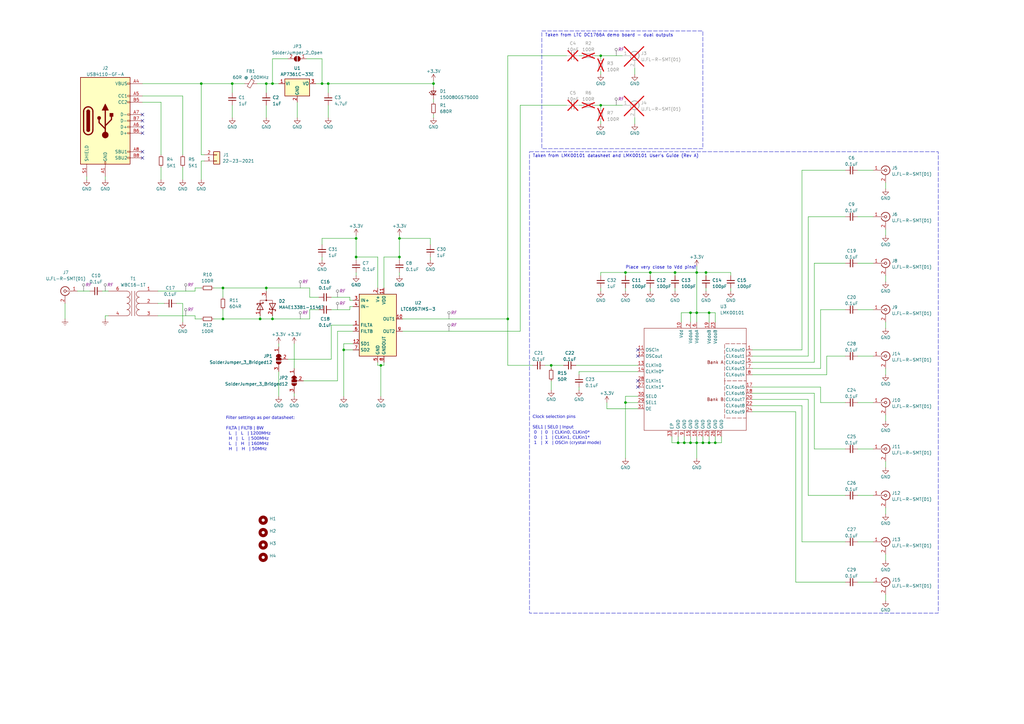
<source format=kicad_sch>
(kicad_sch (version 20230121) (generator eeschema)
  (paper "A3")
  (title_block (title "CSAD10") (date "2023-06-21") (rev "0.3"))
  (junction (at 146.05 97.79))
  (junction (at 91.44 130.81))
  (junction (at 109.22 34.29))
  (junction (at 289.56 111.76))
  (junction (at 293.37 181.61))
  (junction (at 290.83 181.61))
  (junction (at 290.83 128.27))
  (junction (at 91.44 118.11))
  (junction (at 82.55 34.29))
  (junction (at 163.83 105.41))
  (junction (at 280.67 181.61))
  (junction (at 208.28 130.81))
  (junction (at 163.83 97.79))
  (junction (at 106.68 130.81))
  (junction (at 177.8 34.29))
  (junction (at 246.38 43.18))
  (junction (at 111.76 130.81))
  (junction (at 266.7 111.76))
  (junction (at 288.29 181.61))
  (junction (at 283.21 128.27))
  (junction (at 285.75 111.76))
  (junction (at 283.21 181.61))
  (junction (at 95.25 34.29))
  (junction (at 256.54 165.1))
  (junction (at 146.05 105.41))
  (junction (at 109.22 118.11))
  (junction (at 132.08 34.29))
  (junction (at 226.06 149.86))
  (junction (at 276.86 111.76))
  (junction (at 134.62 34.29))
  (junction (at 246.38 22.86))
  (junction (at 278.13 181.61))
  (junction (at 156.21 149.86))
  (junction (at 256.54 111.76))
  (junction (at 111.76 34.29))
  (junction (at 285.75 128.27))
  (junction (at 140.97 143.51))
  (junction (at 285.75 181.61))
  (no_connect (at 58.42 64.77))
  (no_connect (at 58.42 54.61))
  (no_connect (at 58.42 46.99))
  (no_connect (at 58.42 52.07))
  (no_connect (at 58.42 49.53))
  (no_connect (at 58.42 62.23))
  (no_connect (at 261.62 146.05))
  (no_connect (at 261.62 143.51))
  (no_connect (at 261.62 158.75))
  (no_connect (at 261.62 156.21))
  (wire (pts (xy 351.79 165.1) (xy 358.14 165.1)))
  (wire (pts (xy 276.86 111.76) (xy 285.75 111.76)))
  (wire (pts (xy 80.01 130.81) (xy 82.55 130.81)))
  (wire (pts (xy 308.61 151.13) (xy 336.55 151.13)))
  (wire (pts (xy 285.75 181.61) (xy 283.21 181.61)))
  (wire (pts (xy 58.42 39.37) (xy 74.93 39.37)))
  (wire (pts (xy 87.63 130.81) (xy 91.44 130.81)))
  (wire (pts (xy 144.78 135.89) (xy 138.43 135.89)))
  (wire (pts (xy 285.75 181.61) (xy 285.75 187.96)))
  (wire (pts (xy 276.86 118.11) (xy 276.86 119.38)))
  (wire (pts (xy 351.79 184.15) (xy 358.14 184.15)))
  (wire (pts (xy 43.18 129.54) (xy 43.18 130.81)))
  (wire (pts (xy 154.94 118.11) (xy 154.94 105.41)))
  (wire (pts (xy 64.77 119.38) (xy 80.01 119.38)))
  (wire (pts (xy 66.04 68.58) (xy 66.04 73.66)))
  (wire (pts (xy 331.47 163.83) (xy 331.47 203.2)))
  (wire (pts (xy 243.84 43.18) (xy 246.38 43.18)))
  (wire (pts (xy 328.93 143.51) (xy 328.93 69.85)))
  (wire (pts (xy 246.38 43.18) (xy 255.27 43.18)))
  (wire (pts (xy 138.43 135.89) (xy 138.43 156.21)))
  (wire (pts (xy 157.48 105.41) (xy 163.83 105.41)))
  (wire (pts (xy 177.8 34.29) (xy 177.8 33.02)))
  (wire (pts (xy 111.76 129.54) (xy 111.76 130.81)))
  (wire (pts (xy 74.93 39.37) (xy 74.93 63.5)))
  (wire (pts (xy 331.47 88.9) (xy 331.47 146.05)))
  (wire (pts (xy 351.79 222.25) (xy 358.14 222.25)))
  (wire (pts (xy 140.97 143.51) (xy 140.97 162.56)))
  (wire (pts (xy 144.78 133.35) (xy 135.89 133.35)))
  (wire (pts (xy 256.54 165.1) (xy 256.54 187.96)))
  (wire (pts (xy 363.22 189.23) (xy 363.22 191.77)))
  (wire (pts (xy 266.7 118.11) (xy 266.7 119.38)))
  (wire (pts (xy 223.52 149.86) (xy 226.06 149.86)))
  (wire (pts (xy 156.21 149.86) (xy 156.21 162.56)))
  (wire (pts (xy 127 130.81) (xy 111.76 130.81)))
  (wire (pts (xy 293.37 181.61) (xy 290.83 181.61)))
  (wire (pts (xy 226.06 156.21) (xy 226.06 160.02)))
  (wire (pts (xy 44.45 129.54) (xy 43.18 129.54)))
  (wire (pts (xy 140.97 140.97) (xy 144.78 140.97)))
  (wire (pts (xy 293.37 179.07) (xy 293.37 181.61)))
  (wire (pts (xy 285.75 128.27) (xy 283.21 128.27)))
  (wire (pts (xy 144.78 143.51) (xy 140.97 143.51)))
  (wire (pts (xy 91.44 118.11) (xy 109.22 118.11)))
  (wire (pts (xy 58.42 41.91) (xy 66.04 41.91)))
  (wire (pts (xy 208.28 130.81) (xy 165.1 130.81)))
  (wire (pts (xy 127 121.92) (xy 130.81 121.92)))
  (wire (pts (xy 248.92 167.64) (xy 248.92 165.1)))
  (wire (pts (xy 31.75 119.38) (xy 36.83 119.38)))
  (wire (pts (xy 246.38 22.86) (xy 255.27 22.86)))
  (wire (pts (xy 334.01 148.59) (xy 334.01 107.95)))
  (wire (pts (xy 176.53 97.79) (xy 176.53 100.33)))
  (wire (pts (xy 165.1 135.89) (xy 213.36 135.89)))
  (wire (pts (xy 339.09 146.05) (xy 346.71 146.05)))
  (wire (pts (xy 363.22 208.28) (xy 363.22 210.82)))
  (wire (pts (xy 163.83 96.52) (xy 163.83 97.79)))
  (wire (pts (xy 246.38 43.18) (xy 246.38 44.45)))
  (wire (pts (xy 111.76 24.13) (xy 111.76 34.29)))
  (wire (pts (xy 80.01 129.54) (xy 80.01 130.81)))
  (wire (pts (xy 80.01 119.38) (xy 80.01 118.11)))
  (wire (pts (xy 293.37 128.27) (xy 290.83 128.27)))
  (wire (pts (xy 326.39 238.76) (xy 346.71 238.76)))
  (wire (pts (xy 111.76 34.29) (xy 114.3 34.29)))
  (wire (pts (xy 163.83 105.41) (xy 163.83 106.68)))
  (wire (pts (xy 135.89 147.32) (xy 118.11 147.32)))
  (wire (pts (xy 26.67 124.46) (xy 26.67 130.81)))
  (wire (pts (xy 237.49 158.75) (xy 237.49 160.02)))
  (wire (pts (xy 114.3 140.97) (xy 114.3 142.24)))
  (wire (pts (xy 91.44 130.81) (xy 106.68 130.81)))
  (wire (pts (xy 283.21 181.61) (xy 280.67 181.61)))
  (wire (pts (xy 326.39 168.91) (xy 326.39 238.76)))
  (wire (pts (xy 285.75 179.07) (xy 285.75 181.61)))
  (wire (pts (xy 208.28 22.86) (xy 208.28 130.81)))
  (wire (pts (xy 308.61 166.37) (xy 328.93 166.37)))
  (wire (pts (xy 331.47 146.05) (xy 308.61 146.05)))
  (wire (pts (xy 95.25 34.29) (xy 95.25 38.1)))
  (wire (pts (xy 308.61 161.29) (xy 334.01 161.29)))
  (wire (pts (xy 261.62 165.1) (xy 256.54 165.1)))
  (wire (pts (xy 132.08 34.29) (xy 134.62 34.29)))
  (wire (pts (xy 260.35 48.26) (xy 260.35 50.8)))
  (wire (pts (xy 261.62 152.4) (xy 237.49 152.4)))
  (wire (pts (xy 336.55 151.13) (xy 336.55 127)))
  (wire (pts (xy 351.79 146.05) (xy 358.14 146.05)))
  (wire (pts (xy 295.91 179.07) (xy 295.91 181.61)))
  (wire (pts (xy 134.62 34.29) (xy 177.8 34.29)))
  (wire (pts (xy 278.13 181.61) (xy 275.59 181.61)))
  (wire (pts (xy 208.28 130.81) (xy 208.28 149.86)))
  (wire (pts (xy 143.51 123.19) (xy 144.78 123.19)))
  (wire (pts (xy 91.44 121.92) (xy 91.44 118.11)))
  (wire (pts (xy 237.49 22.86) (xy 238.76 22.86)))
  (wire (pts (xy 109.22 119.38) (xy 109.22 118.11)))
  (wire (pts (xy 226.06 151.13) (xy 226.06 149.86)))
  (wire (pts (xy 82.55 34.29) (xy 82.55 63.5)))
  (wire (pts (xy 127 118.11) (xy 127 121.92)))
  (wire (pts (xy 308.61 148.59) (xy 334.01 148.59)))
  (wire (pts (xy 132.08 97.79) (xy 132.08 100.33)))
  (wire (pts (xy 105.41 34.29) (xy 109.22 34.29)))
  (wire (pts (xy 334.01 107.95) (xy 346.71 107.95)))
  (wire (pts (xy 308.61 153.67) (xy 339.09 153.67)))
  (wire (pts (xy 146.05 97.79) (xy 146.05 105.41)))
  (wire (pts (xy 146.05 105.41) (xy 146.05 106.68)))
  (wire (pts (xy 285.75 111.76) (xy 289.56 111.76)))
  (wire (pts (xy 82.55 34.29) (xy 95.25 34.29)))
  (wire (pts (xy 106.68 130.81) (xy 106.68 129.54)))
  (wire (pts (xy 285.75 109.22) (xy 285.75 111.76)))
  (wire (pts (xy 163.83 97.79) (xy 163.83 105.41)))
  (wire (pts (xy 328.93 166.37) (xy 328.93 222.25)))
  (wire (pts (xy 64.77 129.54) (xy 80.01 129.54)))
  (wire (pts (xy 130.81 127) (xy 127 127)))
  (wire (pts (xy 208.28 22.86) (xy 232.41 22.86)))
  (wire (pts (xy 363.22 151.13) (xy 363.22 153.67)))
  (wire (pts (xy 256.54 118.11) (xy 256.54 119.38)))
  (wire (pts (xy 154.94 149.86) (xy 156.21 149.86)))
  (wire (pts (xy 289.56 111.76) (xy 299.72 111.76)))
  (wire (pts (xy 213.36 43.18) (xy 232.41 43.18)))
  (wire (pts (xy 363.22 113.03) (xy 363.22 115.57)))
  (wire (pts (xy 109.22 118.11) (xy 127 118.11)))
  (wire (pts (xy 288.29 179.07) (xy 288.29 181.61)))
  (wire (pts (xy 289.56 111.76) (xy 289.56 113.03)))
  (wire (pts (xy 288.29 181.61) (xy 285.75 181.61)))
  (wire (pts (xy 80.01 118.11) (xy 82.55 118.11)))
  (wire (pts (xy 351.79 107.95) (xy 358.14 107.95)))
  (wire (pts (xy 237.49 152.4) (xy 237.49 153.67)))
  (wire (pts (xy 276.86 111.76) (xy 276.86 113.03)))
  (wire (pts (xy 363.22 93.98) (xy 363.22 96.52)))
  (wire (pts (xy 279.4 128.27) (xy 283.21 128.27)))
  (wire (pts (xy 135.89 133.35) (xy 135.89 147.32)))
  (wire (pts (xy 177.8 34.29) (xy 177.8 35.56)))
  (wire (pts (xy 237.49 43.18) (xy 238.76 43.18)))
  (wire (pts (xy 132.08 105.41) (xy 132.08 106.68)))
  (wire (pts (xy 283.21 179.07) (xy 283.21 181.61)))
  (wire (pts (xy 290.83 132.08) (xy 290.83 128.27)))
  (wire (pts (xy 336.55 165.1) (xy 346.71 165.1)))
  (wire (pts (xy 146.05 111.76) (xy 146.05 113.03)))
  (wire (pts (xy 243.84 22.86) (xy 246.38 22.86)))
  (wire (pts (xy 135.89 121.92) (xy 143.51 121.92)))
  (wire (pts (xy 208.28 149.86) (xy 218.44 149.86)))
  (wire (pts (xy 58.42 34.29) (xy 82.55 34.29)))
  (wire (pts (xy 278.13 179.07) (xy 278.13 181.61)))
  (wire (pts (xy 336.55 158.75) (xy 336.55 165.1)))
  (wire (pts (xy 308.61 143.51) (xy 328.93 143.51)))
  (wire (pts (xy 118.11 24.13) (xy 111.76 24.13)))
  (wire (pts (xy 144.78 125.73) (xy 143.51 125.73)))
  (wire (pts (xy 143.51 125.73) (xy 143.51 127)))
  (wire (pts (xy 295.91 181.61) (xy 293.37 181.61)))
  (wire (pts (xy 351.79 203.2) (xy 358.14 203.2)))
  (wire (pts (xy 132.08 97.79) (xy 146.05 97.79)))
  (wire (pts (xy 154.94 105.41) (xy 146.05 105.41)))
  (wire (pts (xy 64.77 124.46) (xy 67.31 124.46)))
  (wire (pts (xy 266.7 111.76) (xy 266.7 113.03)))
  (wire (pts (xy 35.56 72.39) (xy 35.56 73.66)))
  (wire (pts (xy 285.75 111.76) (xy 285.75 128.27)))
  (wire (pts (xy 87.63 118.11) (xy 91.44 118.11)))
  (wire (pts (xy 135.89 127) (xy 143.51 127)))
  (wire (pts (xy 363.22 227.33) (xy 363.22 229.87)))
  (wire (pts (xy 95.25 34.29) (xy 100.33 34.29)))
  (wire (pts (xy 299.72 118.11) (xy 299.72 119.38)))
  (wire (pts (xy 351.79 238.76) (xy 358.14 238.76)))
  (wire (pts (xy 157.48 118.11) (xy 157.48 105.41)))
  (wire (pts (xy 289.56 118.11) (xy 289.56 119.38)))
  (wire (pts (xy 82.55 66.04) (xy 82.55 73.66)))
  (wire (pts (xy 336.55 127) (xy 346.71 127)))
  (wire (pts (xy 363.22 74.93) (xy 363.22 77.47)))
  (wire (pts (xy 266.7 111.76) (xy 276.86 111.76)))
  (wire (pts (xy 246.38 29.21) (xy 246.38 30.48)))
  (wire (pts (xy 127 127) (xy 127 130.81)))
  (wire (pts (xy 176.53 105.41) (xy 176.53 106.68)))
  (wire (pts (xy 290.83 181.61) (xy 288.29 181.61)))
  (wire (pts (xy 256.54 113.03) (xy 256.54 111.76)))
  (wire (pts (xy 109.22 43.18) (xy 109.22 48.26)))
  (wire (pts (xy 351.79 127) (xy 358.14 127)))
  (wire (pts (xy 114.3 152.4) (xy 114.3 162.56)))
  (wire (pts (xy 111.76 130.81) (xy 106.68 130.81)))
  (wire (pts (xy 363.22 170.18) (xy 363.22 172.72)))
  (wire (pts (xy 280.67 181.61) (xy 278.13 181.61)))
  (wire (pts (xy 95.25 43.18) (xy 95.25 48.26)))
  (wire (pts (xy 285.75 132.08) (xy 285.75 128.27)))
  (wire (pts (xy 156.21 149.86) (xy 157.48 149.86)))
  (wire (pts (xy 334.01 161.29) (xy 334.01 184.15)))
  (wire (pts (xy 213.36 43.18) (xy 213.36 135.89)))
  (wire (pts (xy 66.04 41.91) (xy 66.04 63.5)))
  (wire (pts (xy 163.83 111.76) (xy 163.83 113.03)))
  (wire (pts (xy 41.91 119.38) (xy 44.45 119.38)))
  (wire (pts (xy 351.79 88.9) (xy 358.14 88.9)))
  (wire (pts (xy 82.55 66.04) (xy 83.82 66.04)))
  (wire (pts (xy 72.39 124.46) (xy 74.93 124.46)))
  (wire (pts (xy 120.65 140.97) (xy 120.65 151.13)))
  (wire (pts (xy 134.62 43.18) (xy 134.62 48.26)))
  (wire (pts (xy 261.62 167.64) (xy 248.92 167.64)))
  (wire (pts (xy 154.94 148.59) (xy 154.94 149.86)))
  (wire (pts (xy 146.05 96.52) (xy 146.05 97.79)))
  (wire (pts (xy 280.67 179.07) (xy 280.67 181.61)))
  (wire (pts (xy 74.93 124.46) (xy 74.93 132.08)))
  (wire (pts (xy 328.93 69.85) (xy 346.71 69.85)))
  (wire (pts (xy 43.18 72.39) (xy 43.18 73.66)))
  (wire (pts (xy 120.65 161.29) (xy 120.65 162.56)))
  (wire (pts (xy 293.37 132.08) (xy 293.37 128.27)))
  (wire (pts (xy 125.73 24.13) (xy 132.08 24.13)))
  (wire (pts (xy 246.38 111.76) (xy 246.38 113.03)))
  (wire (pts (xy 334.01 184.15) (xy 346.71 184.15)))
  (wire (pts (xy 140.97 140.97) (xy 140.97 143.51)))
  (wire (pts (xy 275.59 181.61) (xy 275.59 179.07)))
  (wire (pts (xy 283.21 128.27) (xy 283.21 132.08)))
  (wire (pts (xy 121.92 41.91) (xy 121.92 48.26)))
  (wire (pts (xy 246.38 22.86) (xy 246.38 24.13)))
  (wire (pts (xy 256.54 162.56) (xy 256.54 165.1)))
  (wire (pts (xy 91.44 127) (xy 91.44 130.81)))
  (wire (pts (xy 226.06 149.86) (xy 231.14 149.86)))
  (wire (pts (xy 143.51 121.92) (xy 143.51 123.19)))
  (wire (pts (xy 308.61 168.91) (xy 326.39 168.91)))
  (wire (pts (xy 290.83 128.27) (xy 285.75 128.27)))
  (wire (pts (xy 299.72 111.76) (xy 299.72 113.03)))
  (wire (pts (xy 346.71 88.9) (xy 331.47 88.9)))
  (wire (pts (xy 290.83 179.07) (xy 290.83 181.61)))
  (wire (pts (xy 308.61 163.83) (xy 331.47 163.83)))
  (wire (pts (xy 339.09 153.67) (xy 339.09 146.05)))
  (wire (pts (xy 331.47 203.2) (xy 346.71 203.2)))
  (wire (pts (xy 246.38 49.53) (xy 246.38 50.8)))
  (wire (pts (xy 363.22 132.08) (xy 363.22 134.62)))
  (wire (pts (xy 83.82 63.5) (xy 82.55 63.5)))
  (wire (pts (xy 132.08 24.13) (xy 132.08 34.29)))
  (wire (pts (xy 236.22 149.86) (xy 261.62 149.86)))
  (wire (pts (xy 109.22 34.29) (xy 109.22 38.1)))
  (wire (pts (xy 163.83 97.79) (xy 176.53 97.79)))
  (wire (pts (xy 351.79 69.85) (xy 358.14 69.85)))
  (wire (pts (xy 256.54 111.76) (xy 266.7 111.76)))
  (wire (pts (xy 177.8 46.99) (xy 177.8 48.26)))
  (wire (pts (xy 363.22 243.84) (xy 363.22 246.38)))
  (wire (pts (xy 74.93 68.58) (xy 74.93 73.66)))
  (wire (pts (xy 129.54 34.29) (xy 132.08 34.29)))
  (wire (pts (xy 261.62 162.56) (xy 256.54 162.56)))
  (wire (pts (xy 246.38 111.76) (xy 256.54 111.76)))
  (wire (pts (xy 134.62 34.29) (xy 134.62 38.1)))
  (wire (pts (xy 246.38 118.11) (xy 246.38 119.38)))
  (wire (pts (xy 328.93 222.25) (xy 346.71 222.25)))
  (wire (pts (xy 260.35 27.94) (xy 260.35 30.48)))
  (wire (pts (xy 157.48 148.59) (xy 157.48 149.86)))
  (wire (pts (xy 138.43 156.21) (xy 124.46 156.21)))
  (wire (pts (xy 279.4 132.08) (xy 279.4 128.27)))
  (wire (pts (xy 308.61 158.75) (xy 336.55 158.75)))
  (wire (pts (xy 109.22 34.29) (xy 111.76 34.29)))
  (wire (pts (xy 177.8 40.64) (xy 177.8 41.91)))
  (rectangle (start 222.25 12.7) (end 288.29 60.96) (stroke (width 0) (type dash)))
  (rectangle (start 217.17 62.23) (end 384.81 251.46) (stroke (width 0) (type dash)))
  (text "Taken from LMK00101 datasheet and LMK00101 User's Guide (Rev A)" (at 218.44 64.77 0) (effects (font (size 1.27 1.27)) (justify left bottom)))
  (text "Taken from LTC DC1766A demo board - dual outputs" (at 223.52 15.24 0) (effects (font (size 1.27 1.27)) (justify left bottom)))
  (text "Place very close to Vdd pins!" (at 256.54 110.49 0) (effects (font (size 1.27 1.27)) (justify left bottom)))
  (text "Clock selection pins\n\nSEL1 | SEL0 | Input\n 0   |  0   | CLKin0, CLKin0*\n 0   |  1   | CLKin1, CLKin1*\n 1   |  X   | OSCin (crystal mode)" (at 218.44 182.88 0) (effects (font (size 1.27 1.27)) (justify left bottom)))
  (text "Filter settings as per datasheet:\n\nFILTA | FILTB | BW\n  L   |   L   | 1200MHz\n  H   |   L   | 500MHz\n  L   |   H   | 160MHz\n  H   |   H   | 50MHz" (at 92.71 185.42 0) (effects (font (size 1.27 1.27)) (justify left bottom)))
  (netclass_flag "" (length 2.54) (shape round) (at 138.43 121.92 0) (property "Netclass" "RF" (at 139.1285 119.38 0) (effects (font italic) (justify left))))
  (netclass_flag "" (length 2.54) (shape round) (at 252.73 22.86 0) (property "Netclass" "RF" (at 253.4285 20.32 0) (effects (font italic) (justify left))))
  (netclass_flag "" (length 2.54) (shape round) (at 123.19 118.11 0) (property "Netclass" "RF" (at 123.8885 115.57 0) (effects (font italic) (justify left))))
  (netclass_flag "" (length 2.54) (shape round) (at 76.2 119.38 0) (property "Netclass" "RF" (at 76.8985 116.84 0) (effects (font italic) (justify left))))
  (netclass_flag "" (length 2.54) (shape round) (at 184.15 130.81 0) (property "Netclass" "RF" (at 184.8485 128.27 0) (effects (font italic) (justify left))))
  (netclass_flag "" (length 2.54) (shape round) (at 252.73 43.18 0) (property "Netclass" "RF" (at 253.4285 40.64 0) (effects (font italic) (justify left))))
  (netclass_flag "" (length 2.54) (shape round) (at 123.19 130.81 0) (property "Netclass" "RF" (at 123.8885 128.27 0) (effects (font italic) (justify left))))
  (netclass_flag "" (length 2.54) (shape round) (at 76.2 129.54 0) (property "Netclass" "RF" (at 76.8985 127 0) (effects (font italic) (justify left))))
  (netclass_flag "" (length 2.54) (shape round) (at 184.15 135.89 0) (property "Netclass" "RF" (at 184.8485 133.35 0) (effects (font italic) (justify left))))
  (netclass_flag "" (length 2.54) (shape round) (at 34.29 119.38 0) (property "Netclass" "RF" (at 34.9885 116.84 0) (effects (font italic) (justify left))))
  (netclass_flag "" (length 2.54) (shape round) (at 43.18 119.38 0) (property "Netclass" "RF" (at 43.8785 116.84 0) (effects (font italic) (justify left))))
  (netclass_flag "" (length 2.54) (shape round) (at 138.43 127 0) (property "Netclass" "RF" (at 139.1285 124.46 0) (effects (font italic) (justify left))))
  (symbol (lib_id "Device:R_Small") (at 177.8 44.45 0) (unit 1)
    (property "Reference" "R1" (at 180.34 43.1799 0) (effects (justify left)))
    (property "Value" "680R" (at 180.34 45.7199 0) (effects (justify left)))
    (property "Footprint" "Resistor_SMD:R_0603_1608Metric" (effects hide))
    (property "Manufacturer" "Yageo" (effects hide))
    (property "ManufacturerPartNumber" "RC0603JR-07680RL" (effects hide))
  )
  (symbol (lib_id "power:GND") (at 120.65 162.56 0) (unit 1)
    (property "Reference" "#PWR040" (effects hide))
    (property "Value" "GND" (at 120.65 166.37 0))
  )
  (symbol (lib_id "Jumper:SolderJumper_3_Bridged12") (at 114.3 147.32 90) (mirror x) (unit 1)
    (property "Reference" "JP1" (at 111.76 146.0499 90) (effects (justify left)))
    (property "Value" "SolderJumper_3_Bridged12" (at 111.76 148.5899 90) (effects (justify left)))
    (property "Footprint" "Jumper:SolderJumper-3_P1.3mm_Bridged12_RoundedPad1.0x1.5mm_NumberLabels" (effects hide))
  )
  (symbol (lib_id "power:GND") (at 246.38 30.48 0) (unit 1)
    (property "Reference" "#PWR08" (effects hide))
    (property "Value" "GND" (at 246.38 34.29 0))
  )
  (symbol (lib_id "Device:C_Small") (at 349.25 238.76 270) (unit 1)
    (property "Reference" "C29" (at 349.2436 233.68 90))
    (property "Value" "0.1uF" (at 349.2436 236.22 90))
    (property "Footprint" "Capacitor_SMD:C_0603_1608Metric" (effects hide))
    (property "Manufacturer" "Yageo" (effects hide))
    (property "ManufacturerPartNumber" "CC0603KRX7R9BB104" (effects hide))
  )
  (symbol (lib_id "Device:C_Small") (at 237.49 156.21 0) (unit 1)
    (property "Reference" "C23" (at 240.03 155.5813 0) (effects (justify left)))
    (property "Value" "0.1uF" (at 240.03 158.1213 0) (effects (justify left)))
    (property "Footprint" "Capacitor_SMD:C_0402_1005Metric" (effects hide))
    (property "Manufacturer" "Vishay" (effects hide))
    (property "ManufacturerPartNumber" "VJ0402Y104KXQCW1BC" (effects hide))
  )
  (symbol (lib_id "power:+3.3V") (at 285.75 109.22 0) (mirror y) (unit 1)
    (property "Reference" "#PWR022" (effects hide))
    (property "Value" "+3.3V" (at 285.75 105.41 0))
  )
  (symbol (lib_id "power:+3.3V") (at 114.3 140.97 0) (unit 1)
    (property "Reference" "#PWR035" (effects hide))
    (property "Value" "+3.3V" (at 114.3 137.16 0))
  )
  (symbol (lib_id "power:Earth") (at 26.67 130.81 0) (unit 1)
    (property "Reference" "#PWR030" (effects hide))
    (property "Value" "Earth" (effects hide))
  )
  (symbol (lib_id "power:GND") (at 74.93 73.66 0) (unit 1)
    (property "Reference" "#PWR013" (effects hide))
    (property "Value" "GND" (at 74.93 77.47 0))
  )
  (symbol (lib_id "Device:C_Small") (at 349.25 107.95 270) (unit 1)
    (property "Reference" "C19" (at 349.2436 102.87 90))
    (property "Value" "0.1uF" (at 349.2436 105.41 90))
    (property "Footprint" "Capacitor_SMD:C_0603_1608Metric" (effects hide))
    (property "Manufacturer" "Yageo" (effects hide))
    (property "ManufacturerPartNumber" "CC0603KRX7R9BB104" (effects hide))
  )
  (symbol (lib_id "power:GND") (at 156.21 162.56 0) (unit 1)
    (property "Reference" "#PWR041" (effects hide))
    (property "Value" "GND" (at 156.21 166.37 0))
  )
  (symbol (lib_id "power:+3.3V") (at 146.05 96.52 0) (unit 1)
    (property "Reference" "#PWR018" (effects hide))
    (property "Value" "+3.3V" (at 146.05 92.71 0))
  )
  (symbol (lib_id "power:GND") (at 114.3 162.56 0) (unit 1)
    (property "Reference" "#PWR039" (effects hide))
    (property "Value" "GND" (at 114.3 166.37 0))
  )
  (symbol (lib_id "Device:C_Small") (at 349.25 165.1 270) (unit 1)
    (property "Reference" "C24" (at 349.2436 160.02 90))
    (property "Value" "0.1uF" (at 349.2436 162.56 90))
    (property "Footprint" "Capacitor_SMD:C_0603_1608Metric" (effects hide))
    (property "Manufacturer" "Yageo" (effects hide))
    (property "ManufacturerPartNumber" "CC0603KRX7R9BB104" (effects hide))
  )
  (symbol (lib_id "power:GND") (at 363.22 96.52 0) (unit 1)
    (property "Reference" "#PWR024" (effects hide))
    (property "Value" "GND" (at 363.22 100.33 0))
  )
  (symbol (lib_id "power:GND") (at 363.22 246.38 0) (unit 1)
    (property "Reference" "#PWR058" (effects hide))
    (property "Value" "GND" (at 363.22 250.19 0))
  )
  (symbol (lib_id "Device:C_Small") (at 134.62 40.64 180) (unit 1)
    (property "Reference" "C3" (at 137.16 39.9986 0) (effects (justify right)))
    (property "Value" "4.7uF" (at 137.16 42.5386 0) (effects (justify right)))
    (property "Footprint" "Capacitor_SMD:C_0603_1608Metric" (effects hide))
    (property "Manufacturer" "muRata" (effects hide))
    (property "ManufacturerPartNumber" "GRM188R61E475KE11D" (effects hide))
  )
  (symbol (lib_id "Regulator_Linear:AP7361C-33E") (at 121.92 34.29 0) (unit 1)
    (property "Reference" "U1" (at 121.92 27.94 0))
    (property "Value" "AP7361C-33E" (at 121.92 30.48 0))
    (property "Footprint" "Package_TO_SOT_SMD:SOT-223-3_TabPin2" (effects hide))
    (property "Datasheet" "https://www.diodes.com/assets/Datasheets/AP7361C.pdf" (effects hide))
    (property "Manufacturer" "Diodes Inc" (effects hide))
    (property "ManufacturerPartNumber" "AP7361C-33E-13" (effects hide))
  )
  (symbol (lib_id "power:GND") (at 363.22 115.57 0) (unit 1)
    (property "Reference" "#PWR034" (effects hide))
    (property "Value" "GND" (at 363.22 119.38 0))
  )
  (symbol (lib_id "power:GND") (at 66.04 73.66 0) (unit 1)
    (property "Reference" "#PWR012" (effects hide))
    (property "Value" "GND" (at 66.04 77.47 0))
  )
  (symbol (lib_id "Mechanical:MountingHole") (at 107.95 213.36 0) (unit 1)
    (property "Reference" "H1" (at 110.49 212.725 0) (effects (justify left)))
    (property "Value" "MountingHole" (effects hide))
    (property "Footprint" "MountingHole:MountingHole_3.2mm_M3_ISO7380" (effects hide))
  )
  (symbol (lib_id "Device:FerriteBead_Small") (at 102.87 34.29 90) (unit 1)
    (property "Reference" "FB1" (at 102.8319 29.21 90))
    (property "Value" "60R @ 100MHz" (at 102.8319 31.75 90))
    (property "Footprint" "Resistor_SMD:R_0805_2012Metric" (effects hide))
    (property "Manufacturer" "muRata" (effects hide))
    (property "ManufacturerPartNumber" "BLM21PG600SN1D" (effects hide))
  )
  (symbol (lib_id "power:GND") (at 285.75 187.96 0) (unit 1)
    (property "Reference" "#PWR048" (effects hide))
    (property "Value" "GND" (at 285.75 191.77 0))
  )
  (symbol (lib_id "Connector_Generic:Conn_01x02") (at 88.9 66.04 0) (mirror x) (unit 1)
    (property "Reference" "J1" (at 92.71 63.5 0))
    (property "Value" "22-23-2021" (at 97.79 66.04 0))
    (property "Footprint" "Connector_Molex:Molex_KK-254_AE-6410-02A_1x02_P2.54mm_Vertical" (effects hide))
    (property "Manufacturer" "Molex" (effects hide))
    (property "ManufacturerPartNumber" "22-23-2021" (effects hide))
  )
  (symbol (lib_id "Device:D_Schottky_Dual_Series_AKC_Parallel") (at 109.22 124.46 270) (unit 1)
    (property "Reference" "D2" (at 114.3 123.5074 90) (effects (justify left)))
    (property "Value" "MA4E133B1-1146T" (at 114.3 126.0474 90) (effects (justify left)))
    (property "Footprint" "Package_TO_SOT_SMD:SOT-323_SC-70" (effects hide))
    (property "ManufacturerPartNumber" "MA4E133B1-1146T" (effects hide))
  )
  (symbol (lib_id "Device:C_Small") (at 266.7 115.57 180) (unit 1)
    (property "Reference" "C12" (at 269.24 114.9286 0) (effects (justify right)))
    (property "Value" "100pF" (at 269.24 117.4686 0) (effects (justify right)))
    (property "Footprint" "Capacitor_SMD:C_0402_1005Metric" (effects hide))
    (property "Manufacturer" "Yageo" (effects hide))
    (property "ManufacturerPartNumber" "CC0402JRNPO9BN101" (effects hide))
  )
  (symbol (lib_id "Interface:LTC6957xMS-3") (at 154.94 133.35 0) (unit 1)
    (property "Reference" "U2" (at 171.45 124.2312 0))
    (property "Value" "LTC6957IMS-3" (at 171.45 126.7712 0))
    (property "Footprint" "Package_SO:MSOP-12_3x4mm_P0.65mm" (effects hide))
    (property "Datasheet" "https://www.analog.com/media/en/technical-documentation/data-sheets/6957fb.pdf" (effects hide))
    (property "Manufacturer" "Analog Devices" (effects hide))
    (property "ManufacturerPartNumber" "LTC6957IMS-3#PBF" (effects hide))
  )
  (symbol (lib_id "power:GND") (at 43.18 73.66 0) (unit 1)
    (property "Reference" "#PWR011" (effects hide))
    (property "Value" "GND" (at 43.18 77.47 0))
  )
  (symbol (lib_id "Device:C_Small") (at 349.25 88.9 270) (unit 1)
    (property "Reference" "C9" (at 349.2436 83.82 90))
    (property "Value" "0.1uF" (at 349.2436 86.36 90))
    (property "Footprint" "Capacitor_SMD:C_0603_1608Metric" (effects hide))
    (property "Manufacturer" "Yageo" (effects hide))
    (property "ManufacturerPartNumber" "CC0603KRX7R9BB104" (effects hide))
  )
  (symbol (lib_id "Connector:Conn_Coaxial") (at 363.22 184.15 0) (unit 1)
    (property "Reference" "J11" (at 365.76 183.1731 0) (effects (justify left)))
    (property "Value" "U.FL-R-SMT(01)" (at 365.76 185.7131 0) (effects (justify left)))
    (property "Footprint" "ABOP_Parts:Connector_RF_Hirose_U.FL-R-SMT(01)" (effects hide))
    (property "Datasheet" " ~" (effects hide))
    (property "Manufacturer" "Hirose" (effects hide))
    (property "ManufacturerPartNumber" "U.FL-R-SMT(01)" (effects hide))
  )
  (symbol (lib_id "Jumper:SolderJumper_3_Bridged12") (at 120.65 156.21 90) (mirror x) (unit 1)
    (property "Reference" "JP2" (at 118.11 154.9399 90) (effects (justify left)))
    (property "Value" "SolderJumper_3_Bridged12" (at 118.11 157.4799 90) (effects (justify left)))
    (property "Footprint" "Jumper:SolderJumper-3_P1.3mm_Bridged12_RoundedPad1.0x1.5mm_NumberLabels" (effects hide))
  )
  (symbol (lib_id "Device:C_Small") (at 133.35 127 90) (unit 1)
    (property "Reference" "C18" (at 133.35 130.81 90))
    (property "Value" "0.1uF" (at 133.35 133.35 90))
    (property "Footprint" "Capacitor_SMD:C_0603_1608Metric" (effects hide))
    (property "Manufacturer" "Yageo" (effects hide))
    (property "ManufacturerPartNumber" "CC0603KRX7R9BB104" (effects hide))
  )
  (symbol (lib_id "Device:C_Small") (at 132.08 102.87 180) (unit 1)
    (property "Reference" "C31" (at 134.62 102.2286 0) (effects (justify right)))
    (property "Value" "1uF" (at 134.62 104.7686 0) (effects (justify right)))
    (property "Footprint" "Capacitor_SMD:C_0603_1608Metric" (effects hide))
    (property "Manufacturer" "Yageo" (effects hide))
    (property "ManufacturerPartNumber" "CC0603KRX7R7BB105" (effects hide))
  )
  (symbol (lib_id "Device:R_Small") (at 246.38 46.99 180) (unit 1) (in_bom no) (on_board no) (dnp yes)
    (property "Reference" "R7" (at 248.92 46.355 0) (effects (justify right)))
    (property "Value" "100R" (at 248.92 48.895 0) (effects (justify right)))
    (property "Footprint" "Resistor_SMD:R_0603_1608Metric" (effects hide))
    (property "Manufacturer" "TE Connectivity" (effects hide))
    (property "ManufacturerPartNumber" "CRGCQ0603F100R" (effects hide))
  )
  (symbol (lib_id "power:GND") (at 177.8 48.26 0) (mirror y) (unit 1)
    (property "Reference" "#PWR07" (effects hide))
    (property "Value" "GND" (at 177.8 52.07 0))
  )
  (symbol (lib_id "power:+3.3V") (at 248.92 165.1 0) (mirror y) (unit 1)
    (property "Reference" "#PWR044" (effects hide))
    (property "Value" "+3.3V" (at 248.92 161.29 0))
  )
  (symbol (lib_id "Device:R_Small") (at 66.04 66.04 180) (unit 1)
    (property "Reference" "R4" (at 68.3109 65.405 0) (effects (justify right)))
    (property "Value" "5K1" (at 68.3109 67.945 0) (effects (justify right)))
    (property "Footprint" "Resistor_SMD:R_0603_1608Metric" (effects hide))
    (property "Manufacturer" "Bourns" (effects hide))
    (property "ManufacturerPartNumber" "CR0603-FX-5101ELF" (effects hide))
  )
  (symbol (lib_id "Device:C_Small") (at 299.72 115.57 180) (unit 1)
    (property "Reference" "C15" (at 302.26 114.9286 0) (effects (justify right)))
    (property "Value" "100pF" (at 302.26 117.4686 0) (effects (justify right)))
    (property "Footprint" "Capacitor_SMD:C_0402_1005Metric" (effects hide))
    (property "Manufacturer" "Yageo" (effects hide))
    (property "ManufacturerPartNumber" "CC0402JRNPO9BN101" (effects hide))
  )
  (symbol (lib_id "power:GND") (at 246.38 119.38 0) (unit 1)
    (property "Reference" "#PWR033" (effects hide))
    (property "Value" "GND" (at 246.38 123.19 0))
  )
  (symbol (lib_id "power:GND") (at 363.22 191.77 0) (unit 1)
    (property "Reference" "#PWR050" (effects hide))
    (property "Value" "GND" (at 363.22 195.58 0))
  )
  (symbol (lib_id "Device:C_Small") (at 109.22 40.64 180) (unit 1)
    (property "Reference" "C2" (at 111.76 39.9986 0) (effects (justify right)))
    (property "Value" "1uF" (at 111.76 42.5386 0) (effects (justify right)))
    (property "Footprint" "Capacitor_SMD:C_0603_1608Metric" (effects hide))
    (property "Manufacturer" "Yageo" (effects hide))
    (property "ManufacturerPartNumber" "CC0603KRX7R7BB105" (effects hide))
  )
  (symbol (lib_id "Device:C_Small") (at 246.38 115.57 180) (unit 1)
    (property "Reference" "C32" (at 248.92 114.9286 0) (effects (justify right)))
    (property "Value" "1uF" (at 248.92 117.4686 0) (effects (justify right)))
    (property "Footprint" "Capacitor_SMD:C_0603_1608Metric" (effects hide))
    (property "Manufacturer" "Yageo" (effects hide))
    (property "ManufacturerPartNumber" "CC0603KRX7R7BB105" (effects hide))
  )
  (symbol (lib_id "Mechanical:MountingHole") (at 107.95 223.52 0) (unit 1)
    (property "Reference" "H3" (at 110.49 222.885 0) (effects (justify left)))
    (property "Value" "MountingHole" (effects hide))
    (property "Footprint" "MountingHole:MountingHole_3.2mm_M3_ISO7380" (effects hide))
  )
  (symbol (lib_id "Device:R_Small") (at 85.09 130.81 90) (unit 1)
    (property "Reference" "R12" (at 85.09 133.35 90))
    (property "Value" "100R" (at 85.09 135.89 90))
    (property "Footprint" "Resistor_SMD:R_0603_1608Metric" (effects hide))
    (property "Manufacturer" "TE Connectivity" (effects hide))
    (property "ManufacturerPartNumber" "CRGCQ0603F100R" (effects hide))
  )
  (symbol (lib_id "Device:C_Small") (at 349.25 203.2 270) (unit 1)
    (property "Reference" "C26" (at 349.2436 198.12 90))
    (property "Value" "0.1uF" (at 349.2436 200.66 90))
    (property "Footprint" "Capacitor_SMD:C_0603_1608Metric" (effects hide))
    (property "Manufacturer" "Yageo" (effects hide))
    (property "ManufacturerPartNumber" "CC0603KRX7R9BB104" (effects hide))
  )
  (symbol (lib_id "power:GND") (at 289.56 119.38 0) (unit 1)
    (property "Reference" "#PWR028" (effects hide))
    (property "Value" "GND" (at 289.56 123.19 0))
  )
  (symbol (lib_id "Device:C_Small") (at 95.25 40.64 180) (unit 1)
    (property "Reference" "C1" (at 97.79 39.9986 0) (effects (justify right)))
    (property "Value" "1uF" (at 97.79 42.5386 0) (effects (justify right)))
    (property "Footprint" "Capacitor_SMD:C_0603_1608Metric" (effects hide))
    (property "Manufacturer" "Yageo" (effects hide))
    (property "ManufacturerPartNumber" "CC0603KRX7R7BB105" (effects hide))
  )
  (symbol (lib_id "ABOP_Parts:LMK00101") (at 285.75 156.21 0) (unit 1)
    (property "Reference" "U3" (at 295.3259 125.73 0) (effects (justify left)))
    (property "Value" "LMK00101" (at 295.3259 128.27 0) (effects (justify left)))
    (property "Footprint" "ABOP_Parts:WQFN-32-1EP_5x5mm_P0.5mm_EP3.1x3.1mm_ThermalVias" (effects hide))
    (property "Datasheet" "https://www.ti.com/lit/ds/symlink/lmk00101.pdf" (effects hide))
    (property "Manufacturer" "Texas Instruments" (effects hide))
    (property "ManufacturerPartNumber" "LMK00101SQ/NOPB" (effects hide))
  )
  (symbol (lib_id "power:GND") (at 132.08 106.68 0) (unit 1)
    (property "Reference" "#PWR023" (effects hide))
    (property "Value" "GND" (at 132.08 110.49 0))
  )
  (symbol (lib_id "Device:C_Small") (at 349.25 184.15 270) (unit 1)
    (property "Reference" "C25" (at 349.2436 179.07 90))
    (property "Value" "0.1uF" (at 349.2436 181.61 90))
    (property "Footprint" "Capacitor_SMD:C_0603_1608Metric" (effects hide))
    (property "Manufacturer" "Yageo" (effects hide))
    (property "ManufacturerPartNumber" "CC0603KRX7R9BB104" (effects hide))
  )
  (symbol (lib_id "Device:C_Small") (at 276.86 115.57 180) (unit 1)
    (property "Reference" "C13" (at 279.4 114.9286 0) (effects (justify right)))
    (property "Value" "100pF" (at 279.4 117.4686 0) (effects (justify right)))
    (property "Footprint" "Capacitor_SMD:C_0402_1005Metric" (effects hide))
    (property "Manufacturer" "Yageo" (effects hide))
    (property "ManufacturerPartNumber" "CC0402JRNPO9BN101" (effects hide))
  )
  (symbol (lib_id "power:GND") (at 176.53 106.68 0) (unit 1)
    (property "Reference" "#PWR016" (effects hide))
    (property "Value" "GND" (at 176.53 110.49 0))
  )
  (symbol (lib_id "power:GND") (at 82.55 73.66 0) (mirror y) (unit 1)
    (property "Reference" "#PWR06" (effects hide))
    (property "Value" "GND" (at 82.55 77.47 0))
  )
  (symbol (lib_id "power:GND") (at 121.92 48.26 0) (unit 1)
    (property "Reference" "#PWR04" (effects hide))
    (property "Value" "GND" (at 121.92 52.07 0))
  )
  (symbol (lib_id "Connector:Conn_Coaxial") (at 363.22 238.76 0) (unit 1)
    (property "Reference" "J15" (at 365.76 237.7831 0) (effects (justify left)))
    (property "Value" "U.FL-R-SMT(01)" (at 365.76 240.3231 0) (effects (justify left)))
    (property "Footprint" "ABOP_Parts:Connector_RF_Hirose_U.FL-R-SMT(01)" (effects hide))
    (property "Datasheet" " ~" (effects hide))
    (property "Manufacturer" "Hirose" (effects hide))
    (property "ManufacturerPartNumber" "U.FL-R-SMT(01)" (effects hide))
  )
  (symbol (lib_id "power:GND") (at 256.54 119.38 0) (unit 1)
    (property "Reference" "#PWR025" (effects hide))
    (property "Value" "GND" (at 256.54 123.19 0))
  )
  (symbol (lib_id "Connector:Conn_Coaxial") (at 363.22 88.9 0) (unit 1)
    (property "Reference" "J6" (at 365.76 87.9231 0) (effects (justify left)))
    (property "Value" "U.FL-R-SMT(01)" (at 365.76 90.4631 0) (effects (justify left)))
    (property "Footprint" "ABOP_Parts:Connector_RF_Hirose_U.FL-R-SMT(01)" (effects hide))
    (property "Datasheet" " ~" (effects hide))
    (property "Manufacturer" "Hirose" (effects hide))
    (property "ManufacturerPartNumber" "U.FL-R-SMT(01)" (effects hide))
  )
  (symbol (lib_id "power:GND") (at 363.22 172.72 0) (unit 1)
    (property "Reference" "#PWR046" (effects hide))
    (property "Value" "GND" (at 363.22 176.53 0))
  )
  (symbol (lib_id "power:GND") (at 363.22 229.87 0) (unit 1)
    (property "Reference" "#PWR054" (effects hide))
    (property "Value" "GND" (at 363.22 233.68 0))
  )
  (symbol (lib_id "power:GND") (at 363.22 77.47 0) (unit 1)
    (property "Reference" "#PWR017" (effects hide))
    (property "Value" "GND" (at 363.22 81.28 0))
  )
  (symbol (lib_id "power:GND") (at 266.7 119.38 0) (unit 1)
    (property "Reference" "#PWR026" (effects hide))
    (property "Value" "GND" (at 266.7 123.19 0))
  )
  (symbol (lib_id "power:GND") (at 237.49 160.02 0) (unit 1)
    (property "Reference" "#PWR043" (effects hide))
    (property "Value" "GND" (at 237.49 163.83 0))
  )
  (symbol (lib_id "Device:LED_Small") (at 177.8 38.1 90) (unit 1)
    (property "Reference" "D1" (at 180.34 37.4015 90) (effects (justify right)))
    (property "Value" "150080GS75000" (at 180.34 39.9415 90) (effects (justify right)))
    (property "Footprint" "LED_SMD:LED_0805_2012Metric" (effects hide))
    (property "Manufacturer" "Wurth" (effects hide))
    (property "ManufacturerPartNumber" "150080GS75000" (effects hide))
  )
  (symbol (lib_id "power:GND") (at 35.56 73.66 0) (unit 1)
    (property "Reference" "#PWR010" (effects hide))
    (property "Value" "GND" (at 35.56 77.47 0))
  )
  (symbol (lib_id "Connector:Conn_Coaxial") (at 363.22 127 0) (unit 1)
    (property "Reference" "J9" (at 365.76 126.0231 0) (effects (justify left)))
    (property "Value" "U.FL-R-SMT(01)" (at 365.76 128.5631 0) (effects (justify left)))
    (property "Footprint" "ABOP_Parts:Connector_RF_Hirose_U.FL-R-SMT(01)" (effects hide))
    (property "Datasheet" " ~" (effects hide))
    (property "Manufacturer" "Hirose" (effects hide))
    (property "ManufacturerPartNumber" "U.FL-R-SMT(01)" (effects hide))
  )
  (symbol (lib_id "power:GND") (at 163.83 113.03 0) (unit 1)
    (property "Reference" "#PWR021" (effects hide))
    (property "Value" "GND" (at 163.83 116.84 0))
  )
  (symbol (lib_id "power:+3.3V") (at 163.83 96.52 0) (unit 1)
    (property "Reference" "#PWR019" (effects hide))
    (property "Value" "+3.3V" (at 163.83 92.71 0))
  )
  (symbol (lib_id "Connector:Conn_Coaxial") (at 363.22 146.05 0) (unit 1)
    (property "Reference" "J14" (at 365.76 145.0731 0) (effects (justify left)))
    (property "Value" "U.FL-R-SMT(01)" (at 365.76 147.6131 0) (effects (justify left)))
    (property "Footprint" "ABOP_Parts:Connector_RF_Hirose_U.FL-R-SMT(01)" (effects hide))
    (property "Datasheet" " ~" (effects hide))
    (property "Manufacturer" "Hirose" (effects hide))
    (property "ManufacturerPartNumber" "U.FL-R-SMT(01)" (effects hide))
  )
  (symbol (lib_id "power:GND") (at 260.35 50.8 0) (unit 1)
    (property "Reference" "#PWR015" (effects hide))
    (property "Value" "GND" (at 260.35 54.61 0))
  )
  (symbol (lib_id "Device:R_Small") (at 226.06 153.67 180) (unit 1)
    (property "Reference" "R15" (at 228.6 153.035 0) (effects (justify right)))
    (property "Value" "50R" (at 228.6 155.575 0) (effects (justify right)))
    (property "Footprint" "Resistor_SMD:R_0402_1005Metric" (effects hide))
    (property "Manufacturer" "Yageo" (effects hide))
    (property "ManufacturerPartNumber" "RC0402JR-0750RL" (effects hide))
  )
  (symbol (lib_id "Device:R_Small") (at 85.09 118.11 90) (unit 1)
    (property "Reference" "R10" (at 85.09 112.6366 90))
    (property "Value" "100R" (at 85.09 115.1766 90))
    (property "Footprint" "Resistor_SMD:R_0603_1608Metric" (effects hide))
    (property "Manufacturer" "TE Connectivity" (effects hide))
    (property "ManufacturerPartNumber" "CRGCQ0603F100R" (effects hide))
  )
  (symbol (lib_id "Connector:Conn_Coaxial") (at 363.22 69.85 0) (unit 1)
    (property "Reference" "J5" (at 365.76 68.8731 0) (effects (justify left)))
    (property "Value" "U.FL-R-SMT(01)" (at 365.76 71.4131 0) (effects (justify left)))
    (property "Footprint" "ABOP_Parts:Connector_RF_Hirose_U.FL-R-SMT(01)" (effects hide))
    (property "Datasheet" " ~" (effects hide))
    (property "Manufacturer" "Hirose" (effects hide))
    (property "ManufacturerPartNumber" "U.FL-R-SMT(01)" (effects hide))
  )
  (symbol (lib_id "Device:C_Small") (at 349.25 146.05 270) (unit 1)
    (property "Reference" "C28" (at 349.2436 140.97 90))
    (property "Value" "0.1uF" (at 349.2436 143.51 90))
    (property "Footprint" "Capacitor_SMD:C_0603_1608Metric" (effects hide))
    (property "Manufacturer" "Yageo" (effects hide))
    (property "ManufacturerPartNumber" "CC0603KRX7R9BB104" (effects hide))
  )
  (symbol (lib_id "Device:R_Small") (at 91.44 124.46 0) (unit 1)
    (property "Reference" "R11" (at 93.98 123.1899 0) (effects (justify left)))
    (property "Value" "604R" (at 93.98 125.7299 0) (effects (justify left)))
    (property "Footprint" "Resistor_SMD:R_0603_1608Metric" (effects hide))
    (property "Manufacturer" "Yageo" (effects hide))
    (property "ManufacturerPartNumber" "RC0603FR-07604RL" (effects hide))
  )
  (symbol (lib_id "power:GND") (at 74.93 132.08 0) (unit 1)
    (property "Reference" "#PWR032" (effects hide))
    (property "Value" "GND" (at 74.93 135.89 0))
  )
  (symbol (lib_id "Mechanical:MountingHole") (at 107.95 228.6 0) (unit 1)
    (property "Reference" "H4" (at 110.49 227.965 0) (effects (justify left)))
    (property "Value" "MountingHole" (effects hide))
    (property "Footprint" "MountingHole:MountingHole_3.2mm_M3_ISO7380" (effects hide))
  )
  (symbol (lib_id "Connector:Conn_Coaxial") (at 363.22 165.1 0) (unit 1)
    (property "Reference" "J10" (at 365.76 164.1231 0) (effects (justify left)))
    (property "Value" "U.FL-R-SMT(01)" (at 365.76 166.6631 0) (effects (justify left)))
    (property "Footprint" "ABOP_Parts:Connector_RF_Hirose_U.FL-R-SMT(01)" (effects hide))
    (property "Datasheet" " ~" (effects hide))
    (property "Manufacturer" "Hirose" (effects hide))
    (property "ManufacturerPartNumber" "U.FL-R-SMT(01)" (effects hide))
  )
  (symbol (lib_id "power:GND") (at 256.54 187.96 0) (unit 1)
    (property "Reference" "#PWR047" (effects hide))
    (property "Value" "GND" (at 256.54 191.77 0))
  )
  (symbol (lib_id "Connector:Conn_Coaxial") (at 363.22 107.95 0) (unit 1)
    (property "Reference" "J8" (at 365.76 106.9731 0) (effects (justify left)))
    (property "Value" "U.FL-R-SMT(01)" (at 365.76 109.5131 0) (effects (justify left)))
    (property "Footprint" "ABOP_Parts:Connector_RF_Hirose_U.FL-R-SMT(01)" (effects hide))
    (property "Datasheet" " ~" (effects hide))
    (property "Manufacturer" "Hirose" (effects hide))
    (property "ManufacturerPartNumber" "U.FL-R-SMT(01)" (effects hide))
  )
  (symbol (lib_id "Jumper:SolderJumper_2_Open") (at 121.92 24.13 180) (unit 1)
    (property "Reference" "JP3" (at 121.92 19.05 0))
    (property "Value" "SolderJumper_2_Open" (at 121.92 21.59 0))
    (property "Footprint" "Jumper:SolderJumper-2_P1.3mm_Open_RoundedPad1.0x1.5mm" (effects hide))
  )
  (symbol (lib_id "Connector:Conn_Coaxial") (at 363.22 203.2 0) (unit 1)
    (property "Reference" "J12" (at 365.76 202.2231 0) (effects (justify left)))
    (property "Value" "U.FL-R-SMT(01)" (at 365.76 204.7631 0) (effects (justify left)))
    (property "Footprint" "ABOP_Parts:Connector_RF_Hirose_U.FL-R-SMT(01)" (effects hide))
    (property "Datasheet" " ~" (effects hide))
    (property "Manufacturer" "Hirose" (effects hide))
    (property "ManufacturerPartNumber" "U.FL-R-SMT(01)" (effects hide))
  )
  (symbol (lib_id "power:+3.3V") (at 120.65 140.97 0) (unit 1)
    (property "Reference" "#PWR036" (effects hide))
    (property "Value" "+3.3V" (at 120.65 137.16 0))
  )
  (symbol (lib_id "Device:R_Small") (at 241.3 22.86 90) (unit 1) (in_bom no) (on_board no) (dnp yes)
    (property "Reference" "R2" (at 241.3 17.78 90))
    (property "Value" "100R" (at 241.3 20.32 90))
    (property "Footprint" "Resistor_SMD:R_0603_1608Metric" (effects hide))
    (property "Manufacturer" "TE Connectivity" (effects hide))
    (property "ManufacturerPartNumber" "CRGCQ0603F100R" (effects hide))
  )
  (symbol (lib_id "power:GND") (at 260.35 30.48 0) (unit 1)
    (property "Reference" "#PWR09" (effects hide))
    (property "Value" "GND" (at 260.35 34.29 0))
  )
  (symbol (lib_id "Device:C_Small") (at 39.37 119.38 90) (unit 1)
    (property "Reference" "C10" (at 39.3763 113.03 90))
    (property "Value" "0.1uF" (at 39.3763 115.57 90))
    (property "Footprint" "Capacitor_SMD:C_0603_1608Metric" (effects hide))
    (property "Manufacturer" "Yageo" (effects hide))
    (property "ManufacturerPartNumber" "CC0603KRX7R9BB104" (effects hide))
  )
  (symbol (lib_id "power:+3.3V") (at 177.8 33.02 0) (unit 1)
    (property "Reference" "#PWR01" (effects hide))
    (property "Value" "+3.3V" (at 177.8 29.21 0))
  )
  (symbol (lib_id "power:GND") (at 226.06 160.02 0) (unit 1)
    (property "Reference" "#PWR042" (effects hide))
    (property "Value" "GND" (at 226.06 163.83 0))
  )
  (symbol (lib_id "power:GND") (at 109.22 48.26 0) (unit 1)
    (property "Reference" "#PWR03" (effects hide))
    (property "Value" "GND" (at 109.22 52.07 0))
  )
  (symbol (lib_id "power:GND") (at 140.97 162.56 0) (unit 1)
    (property "Reference" "#PWR037" (effects hide))
    (property "Value" "GND" (at 140.97 166.37 0))
  )
  (symbol (lib_id "Device:R_Small") (at 74.93 66.04 180) (unit 1)
    (property "Reference" "R5" (at 77.2009 65.405 0) (effects (justify right)))
    (property "Value" "5K1" (at 77.2009 67.945 0) (effects (justify right)))
    (property "Footprint" "Resistor_SMD:R_0603_1608Metric" (effects hide))
    (property "Manufacturer" "Bourns" (effects hide))
    (property "ManufacturerPartNumber" "CR0603-FX-5101ELF" (effects hide))
  )
  (symbol (lib_id "Device:R_Small") (at 241.3 43.18 90) (unit 1) (in_bom no) (on_board no) (dnp yes)
    (property "Reference" "R6" (at 241.3 38.1 90))
    (property "Value" "100R" (at 241.3 40.64 90))
    (property "Footprint" "Resistor_SMD:R_0603_1608Metric" (effects hide))
    (property "Manufacturer" "TE Connectivity" (effects hide))
    (property "ManufacturerPartNumber" "CRGCQ0603F100R" (effects hide))
  )
  (symbol (lib_id "power:GND") (at 146.05 113.03 0) (unit 1)
    (property "Reference" "#PWR020" (effects hide))
    (property "Value" "GND" (at 146.05 116.84 0))
  )
  (symbol (lib_id "Mechanical:MountingHole") (at 107.95 218.44 0) (unit 1)
    (property "Reference" "H2" (at 110.49 217.805 0) (effects (justify left)))
    (property "Value" "MountingHole" (effects hide))
    (property "Footprint" "MountingHole:MountingHole_3.2mm_M3_ISO7380" (effects hide))
  )
  (symbol (lib_id "Device:C_Small") (at 234.95 43.18 90) (unit 1) (in_bom no) (on_board no) (dnp yes)
    (property "Reference" "C5" (at 234.9563 38.1 90))
    (property "Value" "10nF" (at 234.9563 40.64 90))
    (property "Footprint" "Capacitor_SMD:C_0603_1608Metric" (effects hide))
    (property "Manufacturer" "Yageo" (effects hide))
    (property "ManufacturerPartNumber" "CC0603KRX7R9BB103" (effects hide))
  )
  (symbol (lib_id "Device:C_Small") (at 256.54 115.57 180) (unit 1)
    (property "Reference" "C11" (at 259.08 114.9286 0) (effects (justify right)))
    (property "Value" "100pF" (at 259.08 117.4686 0) (effects (justify right)))
    (property "Footprint" "Capacitor_SMD:C_0402_1005Metric" (effects hide))
    (property "Manufacturer" "Yageo" (effects hide))
    (property "ManufacturerPartNumber" "CC0402JRNPO9BN101" (effects hide))
  )
  (symbol (lib_id "power:GND") (at 363.22 134.62 0) (unit 1)
    (property "Reference" "#PWR038" (effects hide))
    (property "Value" "GND" (at 363.22 138.43 0))
  )
  (symbol (lib_id "power:GND") (at 246.38 50.8 0) (unit 1)
    (property "Reference" "#PWR014" (effects hide))
    (property "Value" "GND" (at 246.38 54.61 0))
  )
  (symbol (lib_id "Device:C_Small") (at 176.53 102.87 180) (unit 1)
    (property "Reference" "C30" (at 179.07 102.2286 0) (effects (justify right)))
    (property "Value" "1uF" (at 179.07 104.7686 0) (effects (justify right)))
    (property "Footprint" "Capacitor_SMD:C_0603_1608Metric" (effects hide))
    (property "Manufacturer" "Yageo" (effects hide))
    (property "ManufacturerPartNumber" "CC0603KRX7R7BB105" (effects hide))
  )
  (symbol (lib_id "Device:C_Small") (at 163.83 109.22 180) (unit 1)
    (property "Reference" "C8" (at 166.37 107.9435 0) (effects (justify right)))
    (property "Value" "0.1uF" (at 166.37 110.4835 0) (effects (justify right)))
    (property "Footprint" "Capacitor_SMD:C_0603_1608Metric" (effects hide))
    (property "Manufacturer" "Yageo" (effects hide))
    (property "ManufacturerPartNumber" "CC0603KRX7R9BB104" (effects hide))
  )
  (symbol (lib_id "Connector:Conn_Coaxial") (at 260.35 43.18 0) (unit 1) (in_bom no) (on_board no) (dnp yes)
    (property "Reference" "J4" (at 262.89 42.2031 0) (effects (justify left)))
    (property "Value" "U.FL-R-SMT(01)" (at 262.89 44.7431 0) (effects (justify left)))
    (property "Footprint" "ABOP_Parts:Connector_RF_Hirose_U.FL-R-SMT(01)" (effects hide))
    (property "Datasheet" " ~" (effects hide))
    (property "Manufacturer" "Hirose" (effects hide))
    (property "ManufacturerPartNumber" "U.FL-R-SMT(01)" (effects hide))
  )
  (symbol (lib_id "Device:C_Small") (at 234.95 22.86 90) (unit 1) (in_bom no) (on_board no) (dnp yes)
    (property "Reference" "C4" (at 234.9563 17.78 90))
    (property "Value" "10nF" (at 234.9563 20.32 90))
    (property "Footprint" "Capacitor_SMD:C_0603_1608Metric" (effects hide))
    (property "Manufacturer" "Yageo" (effects hide))
    (property "ManufacturerPartNumber" "CC0603KRX7R9BB103" (effects hide))
  )
  (symbol (lib_id "Device:C_Small") (at 220.98 149.86 270) (unit 1)
    (property "Reference" "C21" (at 220.9736 144.78 90))
    (property "Value" "0.1uF" (at 220.9736 147.32 90))
    (property "Footprint" "Capacitor_SMD:C_0402_1005Metric" (effects hide))
    (property "Manufacturer" "Vishay" (effects hide))
    (property "ManufacturerPartNumber" "VJ0402Y104KXQCW1BC" (effects hide))
  )
  (symbol (lib_id "Device:R_Small") (at 246.38 26.67 180) (unit 1) (in_bom no) (on_board no) (dnp yes)
    (property "Reference" "R3" (at 248.92 26.035 0) (effects (justify right)))
    (property "Value" "100R" (at 248.92 28.575 0) (effects (justify right)))
    (property "Footprint" "Resistor_SMD:R_0603_1608Metric" (effects hide))
    (property "Manufacturer" "TE Connectivity" (effects hide))
    (property "ManufacturerPartNumber" "CRGCQ0603F100R" (effects hide))
  )
  (symbol (lib_id "Device:C_Small") (at 349.25 127 270) (unit 1)
    (property "Reference" "C20" (at 349.2436 121.92 90))
    (property "Value" "0.1uF" (at 349.2436 124.46 90))
    (property "Footprint" "Capacitor_SMD:C_0603_1608Metric" (effects hide))
    (property "Manufacturer" "Yageo" (effects hide))
    (property "ManufacturerPartNumber" "CC0603KRX7R9BB104" (effects hide))
  )
  (symbol (lib_id "Connector:Conn_Coaxial") (at 363.22 222.25 0) (unit 1)
    (property "Reference" "J13" (at 365.76 221.2731 0) (effects (justify left)))
    (property "Value" "U.FL-R-SMT(01)" (at 365.76 223.8131 0) (effects (justify left)))
    (property "Footprint" "ABOP_Parts:Connector_RF_Hirose_U.FL-R-SMT(01)" (effects hide))
    (property "Datasheet" " ~" (effects hide))
    (property "Manufacturer" "Hirose" (effects hide))
    (property "ManufacturerPartNumber" "U.FL-R-SMT(01)" (effects hide))
  )
  (symbol (lib_id "Device:C_Small") (at 349.25 222.25 270) (unit 1)
    (property "Reference" "C27" (at 349.2436 217.17 90))
    (property "Value" "0.1uF" (at 349.2436 219.71 90))
    (property "Footprint" "Capacitor_SMD:C_0603_1608Metric" (effects hide))
    (property "Manufacturer" "Yageo" (effects hide))
    (property "ManufacturerPartNumber" "CC0603KRX7R9BB104" (effects hide))
  )
  (symbol (lib_id "Device:C_Small") (at 289.56 115.57 180) (unit 1)
    (property "Reference" "C14" (at 292.1 114.9286 0) (effects (justify right)))
    (property "Value" "100pF" (at 292.1 117.4686 0) (effects (justify right)))
    (property "Footprint" "Capacitor_SMD:C_0402_1005Metric" (effects hide))
    (property "Manufacturer" "Yageo" (effects hide))
    (property "ManufacturerPartNumber" "CC0402JRNPO9BN101" (effects hide))
  )
  (symbol (lib_id "Device:C_Small") (at 133.35 121.92 90) (unit 1)
    (property "Reference" "C16" (at 133.3563 115.57 90))
    (property "Value" "0.1uF" (at 133.3563 118.11 90))
    (property "Footprint" "Capacitor_SMD:C_0603_1608Metric" (effects hide))
    (property "Manufacturer" "Yageo" (effects hide))
    (property "ManufacturerPartNumber" "CC0603KRX7R9BB104" (effects hide))
  )
  (symbol (lib_id "power:GND") (at 134.62 48.26 0) (unit 1)
    (property "Reference" "#PWR05" (effects hide))
    (property "Value" "GND" (at 134.62 52.07 0))
  )
  (symbol (lib_id "Connector:USB_C_Receptacle_USB2.0") (at 43.18 49.53 0) (unit 1)
    (property "Reference" "J2" (at 43.18 27.94 0))
    (property "Value" "USB4110-GF-A" (at 43.18 30.48 0))
    (property "Footprint" "ABOP_Parts:USB_C_Receptacle_GCT_USB4110-xx-A_16P_TopMnt_Horizontal" (effects hide))
    (property "Datasheet" "https://www.usb.org/sites/default/files/documents/usb_type-c.zip" (effects hide))
    (property "Manufacturer" "GCT" (effects hide))
    (property "ManufacturerPartNumber" "USB4110-GF-A" (effects hide))
  )
  (symbol (lib_id "power:GND") (at 95.25 48.26 0) (unit 1)
    (property "Reference" "#PWR02" (effects hide))
    (property "Value" "GND" (at 95.25 52.07 0))
  )
  (symbol (lib_id "power:GND") (at 299.72 119.38 0) (unit 1)
    (property "Reference" "#PWR029" (effects hide))
    (property "Value" "GND" (at 299.72 123.19 0))
  )
  (symbol (lib_id "Device:C_Small") (at 233.68 149.86 270) (unit 1)
    (property "Reference" "C22" (at 233.6736 144.78 90))
    (property "Value" "0.1uF" (at 233.6736 147.32 90))
    (property "Footprint" "Capacitor_SMD:C_0402_1005Metric" (effects hide))
    (property "Manufacturer" "Vishay" (effects hide))
    (property "ManufacturerPartNumber" "VJ0402Y104KXQCW1BC" (effects hide))
  )
  (symbol (lib_id "Connector:Conn_Coaxial") (at 26.67 119.38 0) (mirror y) (unit 1)
    (property "Reference" "J7" (at 26.9874 111.76 0))
    (property "Value" "U.FL-R-SMT(01)" (at 26.9874 114.3 0))
    (property "Footprint" "ABOP_Parts:Connector_RF_Hirose_U.FL-R-SMT(01)" (effects hide))
    (property "Datasheet" " ~" (effects hide))
    (property "Manufacturer" "Hirose" (effects hide))
    (property "ManufacturerPartNumber" "U.FL-R-SMT(01)" (effects hide))
  )
  (symbol (lib_id "power:Earth") (at 43.18 130.81 0) (unit 1)
    (property "Reference" "#PWR031" (effects hide))
    (property "Value" "Earth" (effects hide))
  )
  (symbol (lib_id "power:GND") (at 276.86 119.38 0) (unit 1)
    (property "Reference" "#PWR027" (effects hide))
    (property "Value" "GND" (at 276.86 123.19 0))
  )
  (symbol (lib_id "ABOP_Parts:Transformer_Coilcraft_WBC16-1TL") (at 54.61 124.46 0) (unit 1)
    (property "Reference" "T1" (at 54.6227 114.3 0))
    (property "Value" "WBC16-1T" (at 54.6227 116.84 0))
    (property "Footprint" "ABOP_Parts:Transformer_Coilcraft_WBC_Series" (effects hide))
    (property "Manufacturer" "Coilcraft" (effects hide))
    (property "ManufacturerPartNumber" "WBC16-1TLC" (effects hide))
  )
  (symbol (lib_id "Device:C_Small") (at 146.05 109.22 180) (unit 1)
    (property "Reference" "C7" (at 148.59 107.9435 0) (effects (justify right)))
    (property "Value" "0.1uF" (at 148.59 110.4835 0) (effects (justify right)))
    (property "Footprint" "Capacitor_SMD:C_0603_1608Metric" (effects hide))
    (property "Manufacturer" "Yageo" (effects hide))
    (property "ManufacturerPartNumber" "CC0603KRX7R9BB104" (effects hide))
  )
  (symbol (lib_id "power:GND") (at 363.22 153.67 0) (unit 1)
    (property "Reference" "#PWR056" (effects hide))
    (property "Value" "GND" (at 363.22 157.48 0))
  )
  (symbol (lib_id "Connector:Conn_Coaxial") (at 260.35 22.86 0) (unit 1) (in_bom no) (on_board no) (dnp yes)
    (property "Reference" "J3" (at 262.89 21.8831 0) (effects (justify left)))
    (property "Value" "U.FL-R-SMT(01)" (at 262.89 24.4231 0) (effects (justify left)))
    (property "Footprint" "ABOP_Parts:Connector_RF_Hirose_U.FL-R-SMT(01)" (effects hide))
    (property "Datasheet" " ~" (effects hide))
    (property "Manufacturer" "Hirose" (effects hide))
    (property "ManufacturerPartNumber" "U.FL-R-SMT(01)" (effects hide))
  )
  (symbol (lib_id "Device:C_Small") (at 69.85 124.46 90) (unit 1)
    (property "Reference" "C17" (at 69.8563 118.11 90))
    (property "Value" "0.1uF" (at 69.8563 120.65 90))
    (property "Footprint" "Capacitor_SMD:C_0603_1608Metric" (effects hide))
    (property "Manufacturer" "Yageo" (effects hide))
    (property "ManufacturerPartNumber" "CC0603KRX7R9BB104" (effects hide))
  )
  (symbol (lib_id "Device:C_Small") (at 349.25 69.85 270) (unit 1)
    (property "Reference" "C6" (at 349.2436 64.77 90))
    (property "Value" "0.1uF" (at 349.2436 67.31 90))
    (property "Footprint" "Capacitor_SMD:C_0603_1608Metric" (effects hide))
    (property "Manufacturer" "Yageo" (effects hide))
    (property "ManufacturerPartNumber" "CC0603KRX7R9BB104" (effects hide))
  )
  (symbol (lib_id "power:GND") (at 363.22 210.82 0) (unit 1)
    (property "Reference" "#PWR052" (effects hide))
    (property "Value" "GND" (at 363.22 214.63 0))
  )
)
</source>
